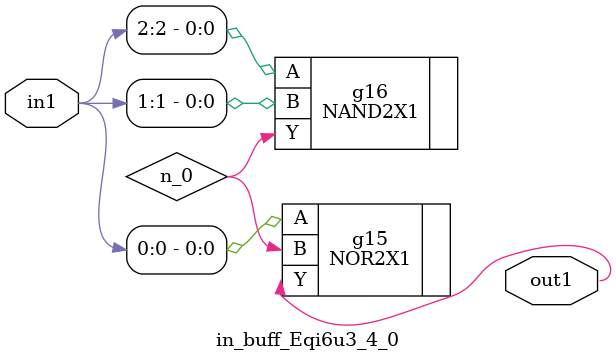
<source format=v>
`timescale 1ps / 1ps


module in_buff_Eqi6u3_4_0(in1, out1);
  input [2:0] in1;
  output out1;
  wire [2:0] in1;
  wire out1;
  wire n_0;
  NOR2X1 g15(.A (in1[0]), .B (n_0), .Y (out1));
  NAND2X1 g16(.A (in1[2]), .B (in1[1]), .Y (n_0));
endmodule



</source>
